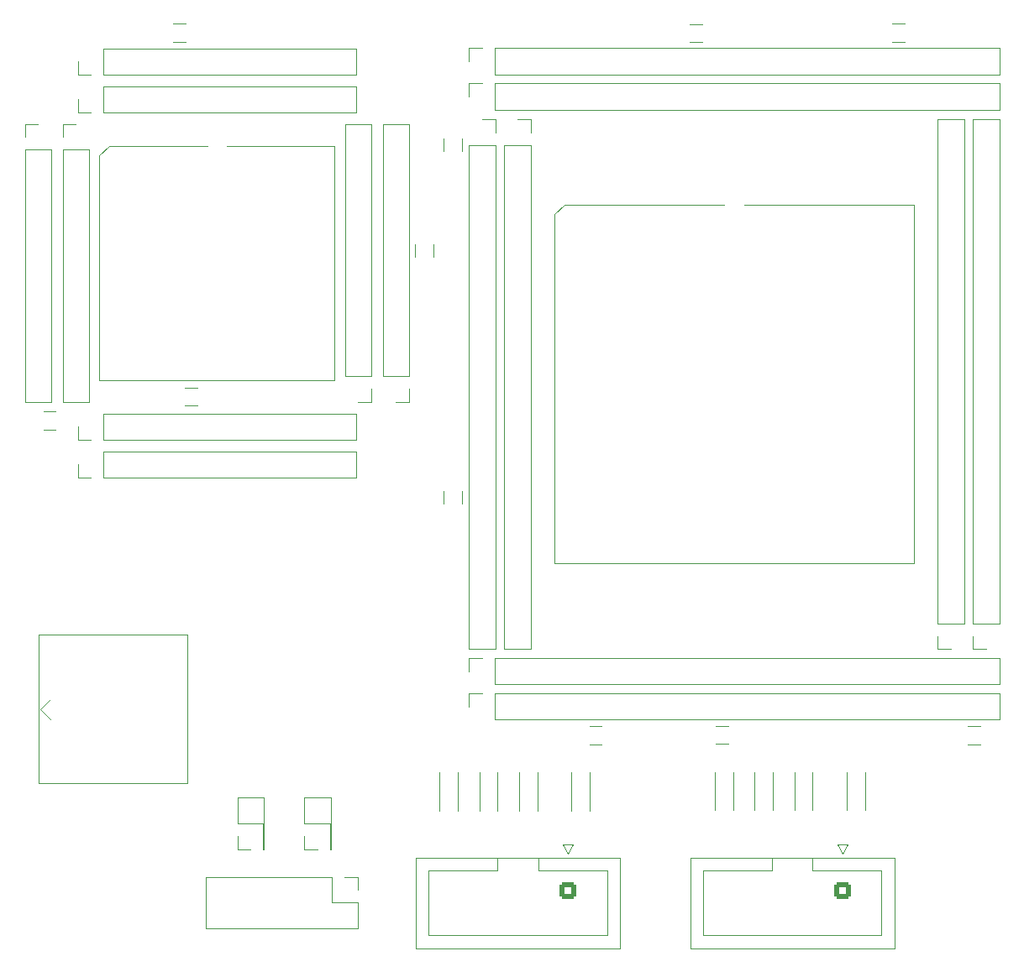
<source format=gto>
G04 #@! TF.GenerationSoftware,KiCad,Pcbnew,8.0.3+1*
G04 #@! TF.CreationDate,2024-08-08T21:54:26+02:00*
G04 #@! TF.ProjectId,EpmDevBoard,45706d44-6576-4426-9f61-72642e6b6963,rev?*
G04 #@! TF.SameCoordinates,Original*
G04 #@! TF.FileFunction,Legend,Top*
G04 #@! TF.FilePolarity,Positive*
%FSLAX46Y46*%
G04 Gerber Fmt 4.6, Leading zero omitted, Abs format (unit mm)*
G04 Created by KiCad (PCBNEW 8.0.3+1) date 2024-08-08 21:54:26*
%MOMM*%
%LPD*%
G01*
G04 APERTURE LIST*
G04 Aperture macros list*
%AMRoundRect*
0 Rectangle with rounded corners*
0 $1 Rounding radius*
0 $2 $3 $4 $5 $6 $7 $8 $9 X,Y pos of 4 corners*
0 Add a 4 corners polygon primitive as box body*
4,1,4,$2,$3,$4,$5,$6,$7,$8,$9,$2,$3,0*
0 Add four circle primitives for the rounded corners*
1,1,$1+$1,$2,$3*
1,1,$1+$1,$4,$5*
1,1,$1+$1,$6,$7*
1,1,$1+$1,$8,$9*
0 Add four rect primitives between the rounded corners*
20,1,$1+$1,$2,$3,$4,$5,0*
20,1,$1+$1,$4,$5,$6,$7,0*
20,1,$1+$1,$6,$7,$8,$9,0*
20,1,$1+$1,$8,$9,$2,$3,0*%
G04 Aperture macros list end*
%ADD10C,0.120000*%
%ADD11O,1.700000X1.700000*%
%ADD12R,1.700000X1.700000*%
%ADD13O,1.400000X1.400000*%
%ADD14C,1.400000*%
%ADD15C,7.000000*%
%ADD16C,1.422400*%
%ADD17R,1.422400X1.422400*%
%ADD18C,1.600000*%
%ADD19C,1.700000*%
%ADD20RoundRect,0.250000X-0.600000X0.600000X-0.600000X-0.600000X0.600000X-0.600000X0.600000X0.600000X0*%
%ADD21O,7.000000X3.500000*%
%ADD22O,2.500000X1.600000*%
G04 APERTURE END LIST*
D10*
X74736000Y-166288500D02*
X74736000Y-161088500D01*
X74676000Y-166288500D02*
X74736000Y-166288500D01*
X74676000Y-166288500D02*
X74676000Y-163688500D01*
X74676000Y-163688500D02*
X72076000Y-163688500D01*
X73406000Y-166288500D02*
X72076000Y-166288500D01*
X72076000Y-166288500D02*
X72076000Y-164958500D01*
X72076000Y-163688500D02*
X72076000Y-161088500D01*
X72076000Y-161088500D02*
X74736000Y-161088500D01*
X84236000Y-174263500D02*
X68876000Y-174263500D01*
X84236000Y-171663500D02*
X84236000Y-174263500D01*
X84236000Y-169063500D02*
X84236000Y-170393500D01*
X82906000Y-169063500D02*
X84236000Y-169063500D01*
X81636000Y-171663500D02*
X84236000Y-171663500D01*
X81636000Y-169063500D02*
X81636000Y-171663500D01*
X81636000Y-169063500D02*
X68876000Y-169063500D01*
X68876000Y-169063500D02*
X68876000Y-174263500D01*
X130051000Y-158493500D02*
X130051000Y-162333500D01*
X128211000Y-158493500D02*
X128211000Y-162333500D01*
X101626000Y-95232800D02*
X101626000Y-146092800D01*
X101626000Y-92632800D02*
X101626000Y-93962800D01*
X100296000Y-92632800D02*
X101626000Y-92632800D01*
X98966000Y-146092800D02*
X101626000Y-146092800D01*
X98966000Y-95232800D02*
X101626000Y-95232800D01*
X98966000Y-95232800D02*
X98966000Y-146092800D01*
X57140000Y-95735000D02*
X57140000Y-121195000D01*
X54480000Y-121195000D02*
X57140000Y-121195000D01*
X54480000Y-95735000D02*
X57140000Y-95735000D01*
X54480000Y-95735000D02*
X54480000Y-121195000D01*
X54480000Y-94465000D02*
X54480000Y-93135000D01*
X54480000Y-93135000D02*
X55810000Y-93135000D01*
X81884000Y-119015000D02*
X81884000Y-95315000D01*
X81884000Y-95315000D02*
X71034000Y-95315000D01*
X69034000Y-95315000D02*
X59184000Y-95315000D01*
X59184000Y-95315000D02*
X58184000Y-96315000D01*
X58184000Y-119015000D02*
X81884000Y-119015000D01*
X58184000Y-96315000D02*
X58184000Y-119015000D01*
X84064000Y-91985000D02*
X84064000Y-89325000D01*
X58604000Y-91985000D02*
X84064000Y-91985000D01*
X58604000Y-91985000D02*
X58604000Y-89325000D01*
X58604000Y-89325000D02*
X84064000Y-89325000D01*
X57334000Y-91985000D02*
X56004000Y-91985000D01*
X56004000Y-91985000D02*
X56004000Y-90655000D01*
X148870000Y-143492800D02*
X148870000Y-92632800D01*
X148870000Y-143492800D02*
X146210000Y-143492800D01*
X148870000Y-92632800D02*
X146210000Y-92632800D01*
X147540000Y-146092800D02*
X146210000Y-146092800D01*
X146210000Y-146092800D02*
X146210000Y-144762800D01*
X146210000Y-143492800D02*
X146210000Y-92632800D01*
X52521000Y-123945000D02*
X53779000Y-123945000D01*
X52521000Y-122105000D02*
X53779000Y-122105000D01*
X139304000Y-84845000D02*
X138046000Y-84845000D01*
X139304000Y-83005000D02*
X138046000Y-83005000D01*
X91852000Y-105246000D02*
X91852000Y-106504000D01*
X90012000Y-105246000D02*
X90012000Y-106504000D01*
X84064000Y-88175000D02*
X84064000Y-85515000D01*
X58604000Y-88175000D02*
X84064000Y-88175000D01*
X58604000Y-88175000D02*
X58604000Y-85515000D01*
X58604000Y-85515000D02*
X84064000Y-85515000D01*
X57334000Y-88175000D02*
X56004000Y-88175000D01*
X56004000Y-88175000D02*
X56004000Y-86845000D01*
X126051000Y-158493500D02*
X126051000Y-162333500D01*
X124211000Y-158493500D02*
X124211000Y-162333500D01*
X148870000Y-149648800D02*
X148870000Y-146988800D01*
X98010000Y-149648800D02*
X148870000Y-149648800D01*
X98010000Y-149648800D02*
X98010000Y-146988800D01*
X98010000Y-146988800D02*
X148870000Y-146988800D01*
X95410000Y-148318800D02*
X95410000Y-146988800D01*
X95410000Y-146988800D02*
X96740000Y-146988800D01*
X121529000Y-155670000D02*
X120271000Y-155670000D01*
X121529000Y-153830000D02*
X120271000Y-153830000D01*
X98301000Y-158553500D02*
X98301000Y-162393500D01*
X96461000Y-158553500D02*
X96461000Y-162393500D01*
X94720000Y-130146000D02*
X94720000Y-131404000D01*
X92880000Y-130146000D02*
X92880000Y-131404000D01*
X135351000Y-158493500D02*
X135351000Y-162333500D01*
X133511000Y-158493500D02*
X133511000Y-162333500D01*
X85588000Y-121195000D02*
X84258000Y-121195000D01*
X85588000Y-119865000D02*
X85588000Y-121195000D01*
X85588000Y-118595000D02*
X85588000Y-93135000D01*
X85588000Y-118595000D02*
X82928000Y-118595000D01*
X85588000Y-93135000D02*
X82928000Y-93135000D01*
X82928000Y-118595000D02*
X82928000Y-93135000D01*
X98070000Y-95232800D02*
X98070000Y-146092800D01*
X98070000Y-92632800D02*
X98070000Y-93962800D01*
X96740000Y-92632800D02*
X98070000Y-92632800D01*
X95410000Y-146092800D02*
X98070000Y-146092800D01*
X95410000Y-95232800D02*
X98070000Y-95232800D01*
X95410000Y-95232800D02*
X95410000Y-146092800D01*
X148870000Y-88130000D02*
X148870000Y-85470000D01*
X98010000Y-88130000D02*
X148870000Y-88130000D01*
X98010000Y-88130000D02*
X98010000Y-85470000D01*
X98010000Y-85470000D02*
X148870000Y-85470000D01*
X95410000Y-86800000D02*
X95410000Y-85470000D01*
X95410000Y-85470000D02*
X96740000Y-85470000D01*
X122051000Y-158493500D02*
X122051000Y-162333500D01*
X120211000Y-158493500D02*
X120211000Y-162333500D01*
X117671000Y-84895000D02*
X118929000Y-84895000D01*
X117671000Y-83055000D02*
X118929000Y-83055000D01*
X65571000Y-84845000D02*
X66829000Y-84845000D01*
X65571000Y-83005000D02*
X66829000Y-83005000D01*
X94695000Y-95879000D02*
X94695000Y-94621000D01*
X92855000Y-95879000D02*
X92855000Y-94621000D01*
X108804000Y-155695000D02*
X107546000Y-155695000D01*
X108804000Y-153855000D02*
X107546000Y-153855000D01*
X53330000Y-95735000D02*
X53330000Y-121195000D01*
X50670000Y-121195000D02*
X53330000Y-121195000D01*
X50670000Y-95735000D02*
X53330000Y-95735000D01*
X50670000Y-95735000D02*
X50670000Y-121195000D01*
X50670000Y-94465000D02*
X50670000Y-93135000D01*
X50670000Y-93135000D02*
X52000000Y-93135000D01*
X94301000Y-158553500D02*
X94301000Y-162393500D01*
X92461000Y-158553500D02*
X92461000Y-162393500D01*
X102301000Y-158543500D02*
X102301000Y-162383500D01*
X100461000Y-158543500D02*
X100461000Y-162383500D01*
X84064000Y-125005000D02*
X84064000Y-122345000D01*
X58604000Y-125005000D02*
X84064000Y-125005000D01*
X58604000Y-125005000D02*
X58604000Y-122345000D01*
X58604000Y-122345000D02*
X84064000Y-122345000D01*
X57334000Y-125005000D02*
X56004000Y-125005000D01*
X56004000Y-125005000D02*
X56004000Y-123675000D01*
X140265000Y-137472800D02*
X140265000Y-101252800D01*
X140265000Y-101252800D02*
X123140000Y-101252800D01*
X121140000Y-101252800D02*
X105015000Y-101252800D01*
X105015000Y-101252800D02*
X104015000Y-102252800D01*
X104015000Y-137472800D02*
X140265000Y-137472800D01*
X104015000Y-102252800D02*
X104015000Y-137472800D01*
X107601000Y-158553500D02*
X107601000Y-162393500D01*
X105761000Y-158553500D02*
X105761000Y-162393500D01*
X81486000Y-166288500D02*
X81486000Y-161088500D01*
X81426000Y-166288500D02*
X81486000Y-166288500D01*
X81426000Y-166288500D02*
X81426000Y-163688500D01*
X81426000Y-163688500D02*
X78826000Y-163688500D01*
X80156000Y-166288500D02*
X78826000Y-166288500D01*
X78826000Y-166288500D02*
X78826000Y-164958500D01*
X78826000Y-163688500D02*
X78826000Y-161088500D01*
X78826000Y-161088500D02*
X81486000Y-161088500D01*
X68029000Y-121545000D02*
X66771000Y-121545000D01*
X68029000Y-119705000D02*
X66771000Y-119705000D01*
X110626000Y-176273500D02*
X90046000Y-176273500D01*
X110626000Y-167153500D02*
X110626000Y-176273500D01*
X109326000Y-174963500D02*
X91346000Y-174963500D01*
X109326000Y-168463500D02*
X109326000Y-174963500D01*
X105916000Y-165763500D02*
X104916000Y-165763500D01*
X105416000Y-166763500D02*
X105916000Y-165763500D01*
X104916000Y-165763500D02*
X105416000Y-166763500D01*
X102386000Y-168463500D02*
X109326000Y-168463500D01*
X102386000Y-167153500D02*
X102386000Y-168463500D01*
X98286000Y-168463500D02*
X98286000Y-168463500D01*
X98286000Y-168463500D02*
X98286000Y-167153500D01*
X91346000Y-174963500D02*
X91346000Y-168463500D01*
X91346000Y-168463500D02*
X98286000Y-168463500D01*
X90046000Y-176273500D02*
X90046000Y-167153500D01*
X90046000Y-167153500D02*
X110626000Y-167153500D01*
X89398000Y-121195000D02*
X88068000Y-121195000D01*
X89398000Y-119865000D02*
X89398000Y-121195000D01*
X89398000Y-118595000D02*
X89398000Y-93135000D01*
X89398000Y-118595000D02*
X86738000Y-118595000D01*
X89398000Y-93135000D02*
X86738000Y-93135000D01*
X86738000Y-118595000D02*
X86738000Y-93135000D01*
X145314000Y-143492800D02*
X145314000Y-92632800D01*
X145314000Y-143492800D02*
X142654000Y-143492800D01*
X145314000Y-92632800D02*
X142654000Y-92632800D01*
X143984000Y-146092800D02*
X142654000Y-146092800D01*
X142654000Y-146092800D02*
X142654000Y-144762800D01*
X142654000Y-143492800D02*
X142654000Y-92632800D01*
X148870000Y-91686000D02*
X148870000Y-89026000D01*
X98010000Y-91686000D02*
X148870000Y-91686000D01*
X98010000Y-91686000D02*
X98010000Y-89026000D01*
X98010000Y-89026000D02*
X148870000Y-89026000D01*
X95410000Y-90356000D02*
X95410000Y-89026000D01*
X95410000Y-89026000D02*
X96740000Y-89026000D01*
X138306000Y-176273500D02*
X117726000Y-176273500D01*
X138306000Y-167153500D02*
X138306000Y-176273500D01*
X137006000Y-174963500D02*
X119026000Y-174963500D01*
X137006000Y-168463500D02*
X137006000Y-174963500D01*
X133596000Y-165763500D02*
X132596000Y-165763500D01*
X133096000Y-166763500D02*
X133596000Y-165763500D01*
X132596000Y-165763500D02*
X133096000Y-166763500D01*
X130066000Y-168463500D02*
X137006000Y-168463500D01*
X130066000Y-167153500D02*
X130066000Y-168463500D01*
X125966000Y-168463500D02*
X125966000Y-168463500D01*
X125966000Y-168463500D02*
X125966000Y-167153500D01*
X119026000Y-174963500D02*
X119026000Y-168463500D01*
X119026000Y-168463500D02*
X125966000Y-168463500D01*
X117726000Y-176273500D02*
X117726000Y-167153500D01*
X117726000Y-167153500D02*
X138306000Y-167153500D01*
X67025000Y-159646000D02*
X52025000Y-159646000D01*
X67025000Y-144646000D02*
X67025000Y-159646000D01*
X52225000Y-152146000D02*
X53225000Y-153146000D01*
X52225000Y-152146000D02*
X53225000Y-151146000D01*
X52025000Y-159646000D02*
X52025000Y-144646000D01*
X52025000Y-144646000D02*
X67025000Y-144646000D01*
X146929000Y-155720000D02*
X145671000Y-155720000D01*
X146929000Y-153880000D02*
X145671000Y-153880000D01*
X148870000Y-153204800D02*
X148870000Y-150544800D01*
X98010000Y-153204800D02*
X148870000Y-153204800D01*
X98010000Y-153204800D02*
X98010000Y-150544800D01*
X98010000Y-150544800D02*
X148870000Y-150544800D01*
X95410000Y-151874800D02*
X95410000Y-150544800D01*
X95410000Y-150544800D02*
X96740000Y-150544800D01*
X84064000Y-128815000D02*
X84064000Y-126155000D01*
X58604000Y-128815000D02*
X84064000Y-128815000D01*
X58604000Y-128815000D02*
X58604000Y-126155000D01*
X58604000Y-126155000D02*
X84064000Y-126155000D01*
X57334000Y-128815000D02*
X56004000Y-128815000D01*
X56004000Y-128815000D02*
X56004000Y-127485000D01*
%LPC*%
D11*
X73406000Y-162418500D03*
D12*
X73406000Y-164958500D03*
D11*
X70206000Y-172933500D03*
X70206000Y-170393500D03*
X72746000Y-172933500D03*
X72746000Y-170393500D03*
X75286000Y-172933500D03*
X75286000Y-170393500D03*
X77826000Y-172933500D03*
X77826000Y-170393500D03*
X80366000Y-172933500D03*
X80366000Y-170393500D03*
X82906000Y-172933500D03*
D12*
X82906000Y-170393500D03*
D13*
X129131000Y-162953500D03*
D14*
X129131000Y-157873500D03*
D11*
X100296000Y-144762800D03*
X100296000Y-142222800D03*
X100296000Y-139682800D03*
X100296000Y-137142800D03*
X100296000Y-134602800D03*
X100296000Y-132062800D03*
X100296000Y-129522800D03*
X100296000Y-126982800D03*
X100296000Y-124442800D03*
X100296000Y-121902800D03*
X100296000Y-119362800D03*
X100296000Y-116822800D03*
X100296000Y-114282800D03*
X100296000Y-111742800D03*
X100296000Y-109202800D03*
X100296000Y-106662800D03*
X100296000Y-104122800D03*
X100296000Y-101582800D03*
X100296000Y-99042800D03*
X100296000Y-96502800D03*
D12*
X100296000Y-93962800D03*
D11*
X55810000Y-119865000D03*
X55810000Y-117325000D03*
X55810000Y-114785000D03*
X55810000Y-112245000D03*
X55810000Y-109705000D03*
X55810000Y-107165000D03*
X55810000Y-104625000D03*
X55810000Y-102085000D03*
X55810000Y-99545000D03*
X55810000Y-97005000D03*
D12*
X55810000Y-94465000D03*
D15*
X54300000Y-81000000D03*
D16*
X71304000Y-98275000D03*
X73844000Y-100815000D03*
X73844000Y-98275000D03*
X76384000Y-100815000D03*
X76384000Y-98275000D03*
X78924000Y-100815000D03*
X76384000Y-103355000D03*
X78924000Y-103355000D03*
X76384000Y-105895000D03*
X78924000Y-105895000D03*
X76384000Y-108435000D03*
X78924000Y-108435000D03*
X76384000Y-110975000D03*
X78924000Y-110975000D03*
X76384000Y-113515000D03*
X78924000Y-113515000D03*
X76384000Y-116055000D03*
X73844000Y-113515000D03*
X73844000Y-116055000D03*
X71304000Y-113515000D03*
X71304000Y-116055000D03*
X68764000Y-113515000D03*
X68764000Y-116055000D03*
X66224000Y-113515000D03*
X66224000Y-116055000D03*
X63684000Y-113515000D03*
X63684000Y-116055000D03*
X61144000Y-113515000D03*
X63684000Y-110975000D03*
X61144000Y-110975000D03*
X63684000Y-108435000D03*
X61144000Y-108435000D03*
X63684000Y-105895000D03*
X61144000Y-105895000D03*
X63684000Y-103355000D03*
X61144000Y-103355000D03*
X63684000Y-100815000D03*
X61144000Y-100815000D03*
X63684000Y-98275000D03*
X66224000Y-100815000D03*
X66224000Y-98275000D03*
X68764000Y-100815000D03*
X68764000Y-98275000D03*
D17*
X71304000Y-100815000D03*
D11*
X82734000Y-90655000D03*
X80194000Y-90655000D03*
X77654000Y-90655000D03*
X75114000Y-90655000D03*
X72574000Y-90655000D03*
X70034000Y-90655000D03*
X67494000Y-90655000D03*
X64954000Y-90655000D03*
X62414000Y-90655000D03*
X59874000Y-90655000D03*
D12*
X57334000Y-90655000D03*
D11*
X147540000Y-93962800D03*
X147540000Y-96502800D03*
X147540000Y-99042800D03*
X147540000Y-101582800D03*
X147540000Y-104122800D03*
X147540000Y-106662800D03*
X147540000Y-109202800D03*
X147540000Y-111742800D03*
X147540000Y-114282800D03*
X147540000Y-116822800D03*
X147540000Y-119362800D03*
X147540000Y-121902800D03*
X147540000Y-124442800D03*
X147540000Y-126982800D03*
X147540000Y-129522800D03*
X147540000Y-132062800D03*
X147540000Y-134602800D03*
X147540000Y-137142800D03*
X147540000Y-139682800D03*
X147540000Y-142222800D03*
D12*
X147540000Y-144762800D03*
D18*
X54400000Y-123025000D03*
X51900000Y-123025000D03*
D15*
X145500000Y-172100000D03*
D18*
X137425000Y-83925000D03*
X139925000Y-83925000D03*
X90932000Y-107125000D03*
X90932000Y-104625000D03*
D11*
X82734000Y-86845000D03*
X80194000Y-86845000D03*
X77654000Y-86845000D03*
X75114000Y-86845000D03*
X72574000Y-86845000D03*
X70034000Y-86845000D03*
X67494000Y-86845000D03*
X64954000Y-86845000D03*
X62414000Y-86845000D03*
X59874000Y-86845000D03*
D12*
X57334000Y-86845000D03*
D13*
X125131000Y-162953500D03*
D14*
X125131000Y-157873500D03*
D11*
X147540000Y-148318800D03*
X145000000Y-148318800D03*
X142460000Y-148318800D03*
X139920000Y-148318800D03*
X137380000Y-148318800D03*
X134840000Y-148318800D03*
X132300000Y-148318800D03*
X129760000Y-148318800D03*
X127220000Y-148318800D03*
X124680000Y-148318800D03*
X122140000Y-148318800D03*
X119600000Y-148318800D03*
X117060000Y-148318800D03*
X114520000Y-148318800D03*
X111980000Y-148318800D03*
X109440000Y-148318800D03*
X106900000Y-148318800D03*
X104360000Y-148318800D03*
X101820000Y-148318800D03*
X99280000Y-148318800D03*
D12*
X96740000Y-148318800D03*
D18*
X119650000Y-154750000D03*
X122150000Y-154750000D03*
D13*
X97381000Y-163013500D03*
D14*
X97381000Y-157933500D03*
D18*
X93800000Y-132025000D03*
X93800000Y-129525000D03*
D13*
X134431000Y-162953500D03*
D14*
X134431000Y-157873500D03*
D11*
X84258000Y-94465000D03*
X84258000Y-97005000D03*
X84258000Y-99545000D03*
X84258000Y-102085000D03*
X84258000Y-104625000D03*
X84258000Y-107165000D03*
X84258000Y-109705000D03*
X84258000Y-112245000D03*
X84258000Y-114785000D03*
X84258000Y-117325000D03*
D12*
X84258000Y-119865000D03*
D11*
X96740000Y-144762800D03*
X96740000Y-142222800D03*
X96740000Y-139682800D03*
X96740000Y-137142800D03*
X96740000Y-134602800D03*
X96740000Y-132062800D03*
X96740000Y-129522800D03*
X96740000Y-126982800D03*
X96740000Y-124442800D03*
X96740000Y-121902800D03*
X96740000Y-119362800D03*
X96740000Y-116822800D03*
X96740000Y-114282800D03*
X96740000Y-111742800D03*
X96740000Y-109202800D03*
X96740000Y-106662800D03*
X96740000Y-104122800D03*
X96740000Y-101582800D03*
X96740000Y-99042800D03*
X96740000Y-96502800D03*
D12*
X96740000Y-93962800D03*
D11*
X147540000Y-86800000D03*
X145000000Y-86800000D03*
X142460000Y-86800000D03*
X139920000Y-86800000D03*
X137380000Y-86800000D03*
X134840000Y-86800000D03*
X132300000Y-86800000D03*
X129760000Y-86800000D03*
X127220000Y-86800000D03*
X124680000Y-86800000D03*
X122140000Y-86800000D03*
X119600000Y-86800000D03*
X117060000Y-86800000D03*
X114520000Y-86800000D03*
X111980000Y-86800000D03*
X109440000Y-86800000D03*
X106900000Y-86800000D03*
X104360000Y-86800000D03*
X101820000Y-86800000D03*
X99280000Y-86800000D03*
D12*
X96740000Y-86800000D03*
D13*
X121131000Y-162953500D03*
D14*
X121131000Y-157873500D03*
D18*
X119550000Y-83975000D03*
X117050000Y-83975000D03*
X67450000Y-83925000D03*
X64950000Y-83925000D03*
X93775000Y-94000000D03*
X93775000Y-96500000D03*
X106925000Y-154775000D03*
X109425000Y-154775000D03*
D11*
X52000000Y-119865000D03*
X52000000Y-117325000D03*
X52000000Y-114785000D03*
X52000000Y-112245000D03*
X52000000Y-109705000D03*
X52000000Y-107165000D03*
X52000000Y-104625000D03*
X52000000Y-102085000D03*
X52000000Y-99545000D03*
X52000000Y-97005000D03*
D12*
X52000000Y-94465000D03*
D15*
X145500000Y-81000000D03*
D13*
X93381000Y-163013500D03*
D14*
X93381000Y-157933500D03*
D13*
X101381000Y-163003500D03*
D14*
X101381000Y-157923500D03*
D11*
X82734000Y-123675000D03*
X80194000Y-123675000D03*
X77654000Y-123675000D03*
X75114000Y-123675000D03*
X72574000Y-123675000D03*
X70034000Y-123675000D03*
X67494000Y-123675000D03*
X64954000Y-123675000D03*
X62414000Y-123675000D03*
X59874000Y-123675000D03*
D12*
X57334000Y-123675000D03*
D16*
X124680000Y-106662800D03*
X124680000Y-104122800D03*
X127220000Y-106662800D03*
X127220000Y-104122800D03*
X129760000Y-106662800D03*
X129760000Y-104122800D03*
X132300000Y-106662800D03*
X132300000Y-104122800D03*
X134840000Y-106662800D03*
X134840000Y-104122800D03*
X137380000Y-106662800D03*
X134840000Y-109202800D03*
X137380000Y-109202800D03*
X134840000Y-111742800D03*
X137380000Y-111742800D03*
X134840000Y-114282800D03*
X137380000Y-114282800D03*
X134840000Y-116822800D03*
X137380000Y-116822800D03*
X134840000Y-119362800D03*
X137380000Y-119362800D03*
X134840000Y-121902800D03*
X137380000Y-121902800D03*
X134840000Y-124442800D03*
X137380000Y-124442800D03*
X134840000Y-126982800D03*
X137380000Y-126982800D03*
X134840000Y-129522800D03*
X137380000Y-129522800D03*
X134840000Y-132062800D03*
X137380000Y-132062800D03*
X134840000Y-134602800D03*
X132300000Y-132062800D03*
X132300000Y-134602800D03*
X129760000Y-132062800D03*
X129760000Y-134602800D03*
X127220000Y-132062800D03*
X127220000Y-134602800D03*
X124680000Y-132062800D03*
X124680000Y-134602800D03*
X122140000Y-132062800D03*
X122140000Y-134602800D03*
X119600000Y-132062800D03*
X119600000Y-134602800D03*
X117060000Y-132062800D03*
X117060000Y-134602800D03*
X114520000Y-132062800D03*
X114520000Y-134602800D03*
X111980000Y-132062800D03*
X111980000Y-134602800D03*
X109440000Y-132062800D03*
X109440000Y-134602800D03*
X106900000Y-132062800D03*
X109440000Y-129522800D03*
X106900000Y-129522800D03*
X109440000Y-126982800D03*
X106900000Y-126982800D03*
X109440000Y-124442800D03*
X106900000Y-124442800D03*
X109440000Y-121902800D03*
X106900000Y-121902800D03*
X109440000Y-119362800D03*
X106900000Y-119362800D03*
X109440000Y-116822800D03*
X106900000Y-116822800D03*
X109440000Y-114282800D03*
X106900000Y-114282800D03*
X109440000Y-111742800D03*
X106900000Y-111742800D03*
X109440000Y-109202800D03*
X106900000Y-109202800D03*
X109440000Y-106662800D03*
X106900000Y-106662800D03*
X109440000Y-104122800D03*
X111980000Y-106662800D03*
X111980000Y-104122800D03*
X114520000Y-106662800D03*
X114520000Y-104122800D03*
X117060000Y-106662800D03*
X117060000Y-104122800D03*
X119600000Y-106662800D03*
X119600000Y-104122800D03*
X122140000Y-106662800D03*
D17*
X122140000Y-104122800D03*
D13*
X106681000Y-163013500D03*
D14*
X106681000Y-157933500D03*
D11*
X80156000Y-162418500D03*
D12*
X80156000Y-164958500D03*
D18*
X66150000Y-120625000D03*
X68650000Y-120625000D03*
D19*
X95256000Y-172983500D03*
X95256000Y-170443500D03*
X97796000Y-172983500D03*
X97796000Y-170443500D03*
X100336000Y-172983500D03*
X100336000Y-170443500D03*
X102876000Y-172983500D03*
X102876000Y-170443500D03*
X105416000Y-172983500D03*
D20*
X105416000Y-170443500D03*
D11*
X88068000Y-94465000D03*
X88068000Y-97005000D03*
X88068000Y-99545000D03*
X88068000Y-102085000D03*
X88068000Y-104625000D03*
X88068000Y-107165000D03*
X88068000Y-109705000D03*
X88068000Y-112245000D03*
X88068000Y-114785000D03*
X88068000Y-117325000D03*
D12*
X88068000Y-119865000D03*
D11*
X143984000Y-93962800D03*
X143984000Y-96502800D03*
X143984000Y-99042800D03*
X143984000Y-101582800D03*
X143984000Y-104122800D03*
X143984000Y-106662800D03*
X143984000Y-109202800D03*
X143984000Y-111742800D03*
X143984000Y-114282800D03*
X143984000Y-116822800D03*
X143984000Y-119362800D03*
X143984000Y-121902800D03*
X143984000Y-124442800D03*
X143984000Y-126982800D03*
X143984000Y-129522800D03*
X143984000Y-132062800D03*
X143984000Y-134602800D03*
X143984000Y-137142800D03*
X143984000Y-139682800D03*
X143984000Y-142222800D03*
D12*
X143984000Y-144762800D03*
D11*
X147540000Y-90356000D03*
X145000000Y-90356000D03*
X142460000Y-90356000D03*
X139920000Y-90356000D03*
X137380000Y-90356000D03*
X134840000Y-90356000D03*
X132300000Y-90356000D03*
X129760000Y-90356000D03*
X127220000Y-90356000D03*
X124680000Y-90356000D03*
X122140000Y-90356000D03*
X119600000Y-90356000D03*
X117060000Y-90356000D03*
X114520000Y-90356000D03*
X111980000Y-90356000D03*
X109440000Y-90356000D03*
X106900000Y-90356000D03*
X104360000Y-90356000D03*
X101820000Y-90356000D03*
X99280000Y-90356000D03*
D12*
X96740000Y-90356000D03*
D19*
X122936000Y-172983500D03*
X122936000Y-170443500D03*
X125476000Y-172983500D03*
X125476000Y-170443500D03*
X128016000Y-172983500D03*
X128016000Y-170443500D03*
X130556000Y-172983500D03*
X130556000Y-170443500D03*
X133096000Y-172983500D03*
D20*
X133096000Y-170443500D03*
D15*
X54300000Y-172200000D03*
D21*
X59645000Y-147066000D03*
D22*
X64725000Y-154686000D03*
D21*
X59645000Y-157226000D03*
D22*
X64725000Y-152146000D03*
D18*
X145050000Y-154800000D03*
X147550000Y-154800000D03*
D11*
X147540000Y-151874800D03*
X145000000Y-151874800D03*
X142460000Y-151874800D03*
X139920000Y-151874800D03*
X137380000Y-151874800D03*
X134840000Y-151874800D03*
X132300000Y-151874800D03*
X129760000Y-151874800D03*
X127220000Y-151874800D03*
X124680000Y-151874800D03*
X122140000Y-151874800D03*
X119600000Y-151874800D03*
X117060000Y-151874800D03*
X114520000Y-151874800D03*
X111980000Y-151874800D03*
X109440000Y-151874800D03*
X106900000Y-151874800D03*
X104360000Y-151874800D03*
X101820000Y-151874800D03*
X99280000Y-151874800D03*
D12*
X96740000Y-151874800D03*
D11*
X82734000Y-127485000D03*
X80194000Y-127485000D03*
X77654000Y-127485000D03*
X75114000Y-127485000D03*
X72574000Y-127485000D03*
X70034000Y-127485000D03*
X67494000Y-127485000D03*
X64954000Y-127485000D03*
X62414000Y-127485000D03*
X59874000Y-127485000D03*
D12*
X57334000Y-127485000D03*
%LPD*%
M02*

</source>
